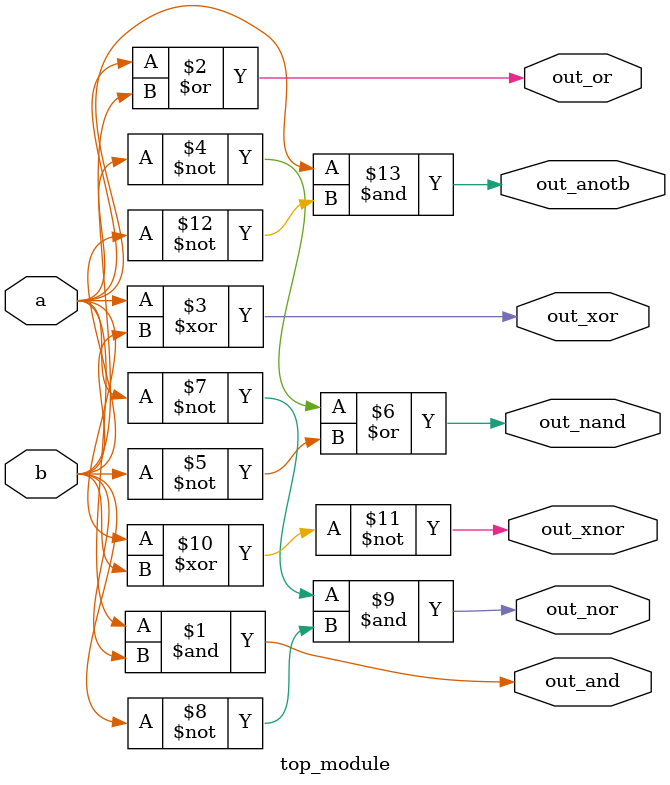
<source format=v>
module top_module( 
    input a, b,
    output out_and,
    output out_or,
    output out_xor,
    output out_nand,
    output out_nor,
    output out_xnor,
    output out_anotb
);
    assign out_and=a&b;
    assign out_or=a|b;
    assign out_xor=a^b;
    assign out_nand=~a|~b;
    assign out_nor=~a&~b;
    assign out_xnor=~(a^b);
    assign out_anotb=a&~b;
endmodule

</source>
